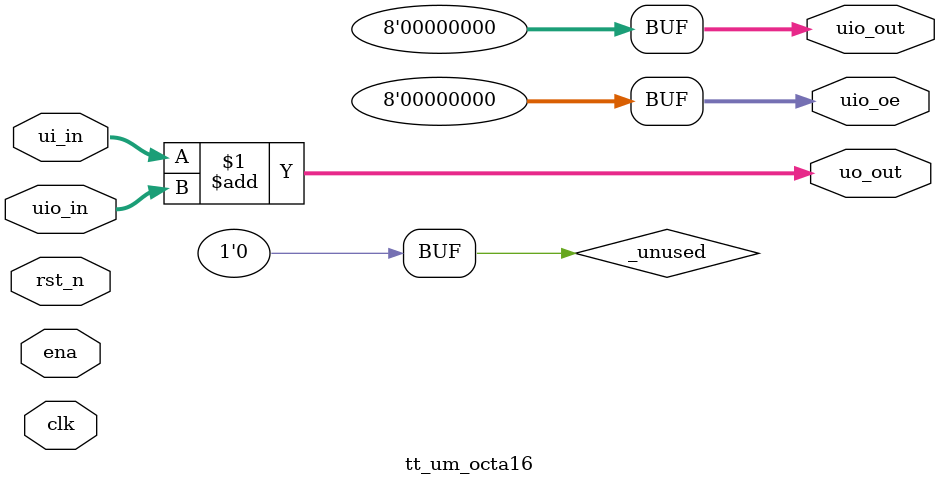
<source format=v>
/*
 * Copyright (c) 2024 Your Name
 * SPDX-License-Identifier: Apache-2.0
 */

`default_nettype none

module tt_um_octa16 (
    input  wire [7:0] ui_in,    // Dedicated inputs
    output wire [7:0] uo_out,   // Dedicated outputs
    input  wire [7:0] uio_in,   // IOs: Input path
    output wire [7:0] uio_out,  // IOs: Output path
    output wire [7:0] uio_oe,   // IOs: Enable path (active high: 0=input, 1=output)
    input  wire       ena,      // always 1 when the design is powered, so you can ignore it
    input  wire       clk,      // clock
    input  wire       rst_n     // reset_n - low to reset
);

  // All output pins must be assigned. If not used, assign to 0.
  assign uo_out  = ui_in + uio_in;  // Example: ou_out is the sum of ui_in and uio_in
  assign uio_out = 0;
  assign uio_oe  = 0;

  // List all unused inputs to prevent warnings
  wire _unused = &{ena, clk, rst_n, 1'b0};

endmodule

</source>
